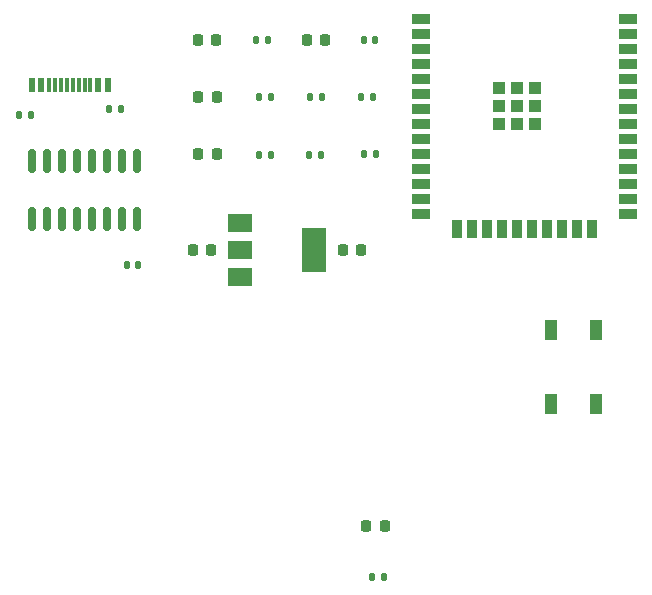
<source format=gbr>
%TF.GenerationSoftware,KiCad,Pcbnew,(6.0.11-0)*%
%TF.CreationDate,2023-03-27T22:19:29-07:00*%
%TF.ProjectId,LED,4c45442e-6b69-4636-9164-5f7063625858,rev?*%
%TF.SameCoordinates,Original*%
%TF.FileFunction,Paste,Top*%
%TF.FilePolarity,Positive*%
%FSLAX46Y46*%
G04 Gerber Fmt 4.6, Leading zero omitted, Abs format (unit mm)*
G04 Created by KiCad (PCBNEW (6.0.11-0)) date 2023-03-27 22:19:29*
%MOMM*%
%LPD*%
G01*
G04 APERTURE LIST*
G04 Aperture macros list*
%AMRoundRect*
0 Rectangle with rounded corners*
0 $1 Rounding radius*
0 $2 $3 $4 $5 $6 $7 $8 $9 X,Y pos of 4 corners*
0 Add a 4 corners polygon primitive as box body*
4,1,4,$2,$3,$4,$5,$6,$7,$8,$9,$2,$3,0*
0 Add four circle primitives for the rounded corners*
1,1,$1+$1,$2,$3*
1,1,$1+$1,$4,$5*
1,1,$1+$1,$6,$7*
1,1,$1+$1,$8,$9*
0 Add four rect primitives between the rounded corners*
20,1,$1+$1,$2,$3,$4,$5,0*
20,1,$1+$1,$4,$5,$6,$7,0*
20,1,$1+$1,$6,$7,$8,$9,0*
20,1,$1+$1,$8,$9,$2,$3,0*%
G04 Aperture macros list end*
%ADD10RoundRect,0.225000X0.225000X0.250000X-0.225000X0.250000X-0.225000X-0.250000X0.225000X-0.250000X0*%
%ADD11RoundRect,0.135000X0.135000X0.185000X-0.135000X0.185000X-0.135000X-0.185000X0.135000X-0.185000X0*%
%ADD12RoundRect,0.140000X0.140000X0.170000X-0.140000X0.170000X-0.140000X-0.170000X0.140000X-0.170000X0*%
%ADD13R,2.000000X1.500000*%
%ADD14R,2.000000X3.800000*%
%ADD15RoundRect,0.218750X-0.218750X-0.256250X0.218750X-0.256250X0.218750X0.256250X-0.218750X0.256250X0*%
%ADD16RoundRect,0.135000X-0.135000X-0.185000X0.135000X-0.185000X0.135000X0.185000X-0.135000X0.185000X0*%
%ADD17RoundRect,0.225000X-0.225000X-0.250000X0.225000X-0.250000X0.225000X0.250000X-0.225000X0.250000X0*%
%ADD18R,1.000000X1.700000*%
%ADD19RoundRect,0.140000X-0.140000X-0.170000X0.140000X-0.170000X0.140000X0.170000X-0.140000X0.170000X0*%
%ADD20R,1.500000X0.900000*%
%ADD21R,0.900000X1.500000*%
%ADD22R,1.050000X1.050000*%
%ADD23RoundRect,0.150000X-0.150000X0.825000X-0.150000X-0.825000X0.150000X-0.825000X0.150000X0.825000X0*%
%ADD24R,0.600000X1.160000*%
%ADD25R,0.300000X1.160000*%
G04 APERTURE END LIST*
D10*
%TO.C,C2*%
X97816000Y-63500000D03*
X96266000Y-63500000D03*
%TD*%
D11*
%TO.C,R4*%
X102797231Y-108978000D03*
X101777231Y-108978000D03*
%TD*%
D12*
%TO.C,C1*%
X101837000Y-68326000D03*
X100877000Y-68326000D03*
%TD*%
D13*
%TO.C,U4*%
X90576000Y-78980000D03*
D14*
X96876000Y-81280000D03*
D13*
X90576000Y-81280000D03*
X90576000Y-83580000D03*
%TD*%
D15*
%TO.C,D3*%
X87040000Y-63500000D03*
X88615000Y-63500000D03*
%TD*%
D16*
%TO.C,R7*%
X101101000Y-73202800D03*
X102121000Y-73202800D03*
%TD*%
D11*
%TO.C,R6*%
X93207500Y-68326000D03*
X92187500Y-68326000D03*
%TD*%
%TO.C,R1*%
X72900000Y-69850000D03*
X71880000Y-69850000D03*
%TD*%
D16*
%TO.C,R2*%
X79500000Y-69342000D03*
X80520000Y-69342000D03*
%TD*%
D17*
%TO.C,C4*%
X86601000Y-81280000D03*
X88151000Y-81280000D03*
%TD*%
D11*
%TO.C,R8*%
X93207500Y-73240000D03*
X92187500Y-73240000D03*
%TD*%
D18*
%TO.C,SW1*%
X116972000Y-94336000D03*
X116972000Y-88036000D03*
X120772000Y-94336000D03*
X120772000Y-88036000D03*
%TD*%
D15*
%TO.C,D1*%
X87084000Y-68326000D03*
X88659000Y-68326000D03*
%TD*%
D19*
%TO.C,C6*%
X81054000Y-82550000D03*
X82014000Y-82550000D03*
%TD*%
D16*
%TO.C,R9*%
X91931500Y-63500000D03*
X92951500Y-63500000D03*
%TD*%
D11*
%TO.C,R5*%
X97538000Y-68326000D03*
X96518000Y-68326000D03*
%TD*%
D20*
%TO.C,U3*%
X105976500Y-61748000D03*
X105976500Y-63018000D03*
X105976500Y-64288000D03*
X105976500Y-65558000D03*
X105976500Y-66828000D03*
X105976500Y-68098000D03*
X105976500Y-69368000D03*
X105976500Y-70638000D03*
X105976500Y-71908000D03*
X105976500Y-73178000D03*
X105976500Y-74448000D03*
X105976500Y-75718000D03*
X105976500Y-76988000D03*
X105976500Y-78258000D03*
D21*
X109016500Y-79508000D03*
X110286500Y-79508000D03*
X111556500Y-79508000D03*
X112826500Y-79508000D03*
X114096500Y-79508000D03*
X115366500Y-79508000D03*
X116636500Y-79508000D03*
X117906500Y-79508000D03*
X119176500Y-79508000D03*
X120446500Y-79508000D03*
D20*
X123476500Y-78258000D03*
X123476500Y-76988000D03*
X123476500Y-75718000D03*
X123476500Y-74448000D03*
X123476500Y-73178000D03*
X123476500Y-71908000D03*
X123476500Y-70638000D03*
X123476500Y-69368000D03*
X123476500Y-68098000D03*
X123476500Y-66828000D03*
X123476500Y-65558000D03*
X123476500Y-64288000D03*
X123476500Y-63018000D03*
X123476500Y-61748000D03*
D22*
X112521500Y-70613000D03*
X115571500Y-69088000D03*
X115571500Y-70613000D03*
X112521500Y-67563000D03*
X114046500Y-70613000D03*
X112521500Y-69088000D03*
X114046500Y-67563000D03*
X114046500Y-69088000D03*
X115571500Y-67563000D03*
%TD*%
D23*
%TO.C,U1*%
X81915000Y-73725000D03*
X80645000Y-73725000D03*
X79375000Y-73725000D03*
X78105000Y-73725000D03*
X76835000Y-73725000D03*
X75565000Y-73725000D03*
X74295000Y-73725000D03*
X73025000Y-73725000D03*
X73025000Y-78675000D03*
X74295000Y-78675000D03*
X75565000Y-78675000D03*
X76835000Y-78675000D03*
X78105000Y-78675000D03*
X79375000Y-78675000D03*
X80645000Y-78675000D03*
X81915000Y-78675000D03*
%TD*%
D24*
%TO.C,J1*%
X79400000Y-67280000D03*
X78600000Y-67280000D03*
D25*
X77450000Y-67280000D03*
X76450000Y-67280000D03*
X75950000Y-67280000D03*
X74950000Y-67280000D03*
D24*
X73800000Y-67280000D03*
X73000000Y-67280000D03*
X73000000Y-67280000D03*
X73800000Y-67280000D03*
D25*
X74450000Y-67280000D03*
X75450000Y-67280000D03*
X76950000Y-67280000D03*
X77950000Y-67280000D03*
D24*
X78600000Y-67280000D03*
X79400000Y-67280000D03*
%TD*%
D19*
%TO.C,C3*%
X101103000Y-63500000D03*
X102063000Y-63500000D03*
%TD*%
D15*
%TO.C,D4*%
X87084000Y-73152000D03*
X88659000Y-73152000D03*
%TD*%
%TO.C,D2*%
X101320500Y-104648000D03*
X102895500Y-104648000D03*
%TD*%
D17*
%TO.C,C5*%
X99301000Y-81280000D03*
X100851000Y-81280000D03*
%TD*%
D16*
%TO.C,R3*%
X96467200Y-73253600D03*
X97487200Y-73253600D03*
%TD*%
M02*

</source>
